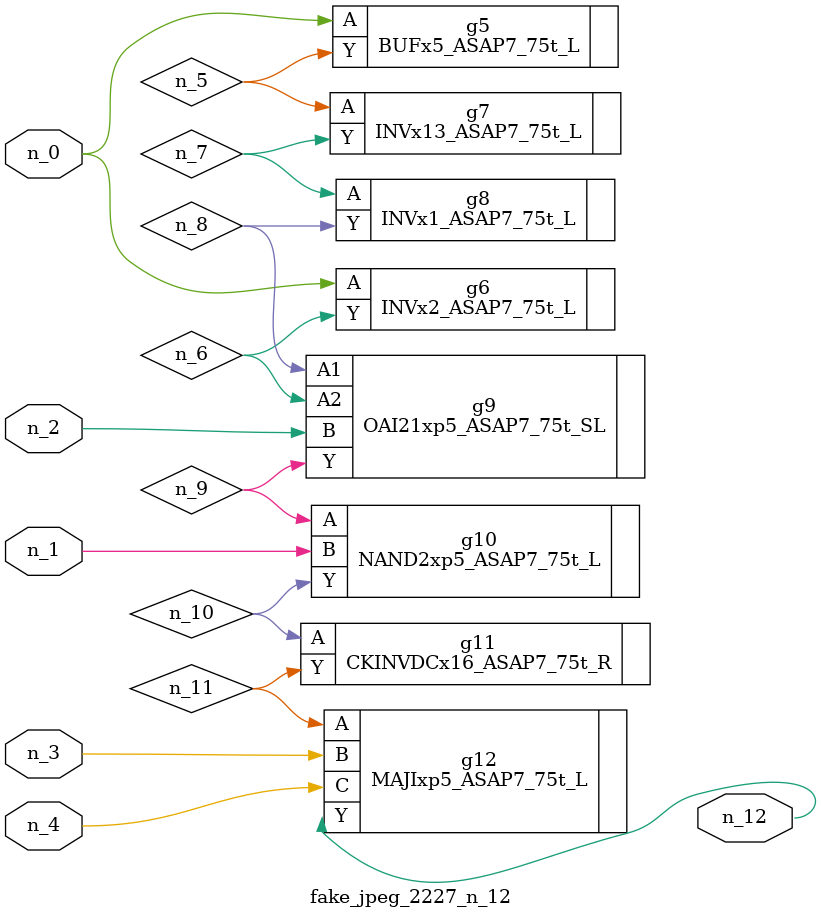
<source format=v>
module fake_jpeg_2227_n_12 (n_3, n_2, n_1, n_0, n_4, n_12);

input n_3;
input n_2;
input n_1;
input n_0;
input n_4;

output n_12;

wire n_11;
wire n_10;
wire n_8;
wire n_9;
wire n_6;
wire n_5;
wire n_7;

BUFx5_ASAP7_75t_L g5 ( 
.A(n_0),
.Y(n_5)
);

INVx2_ASAP7_75t_L g6 ( 
.A(n_0),
.Y(n_6)
);

INVx13_ASAP7_75t_L g7 ( 
.A(n_5),
.Y(n_7)
);

INVx1_ASAP7_75t_L g8 ( 
.A(n_7),
.Y(n_8)
);

OAI21xp5_ASAP7_75t_SL g9 ( 
.A1(n_8),
.A2(n_6),
.B(n_2),
.Y(n_9)
);

NAND2xp5_ASAP7_75t_L g10 ( 
.A(n_9),
.B(n_1),
.Y(n_10)
);

CKINVDCx16_ASAP7_75t_R g11 ( 
.A(n_10),
.Y(n_11)
);

MAJIxp5_ASAP7_75t_L g12 ( 
.A(n_11),
.B(n_3),
.C(n_4),
.Y(n_12)
);


endmodule
</source>
